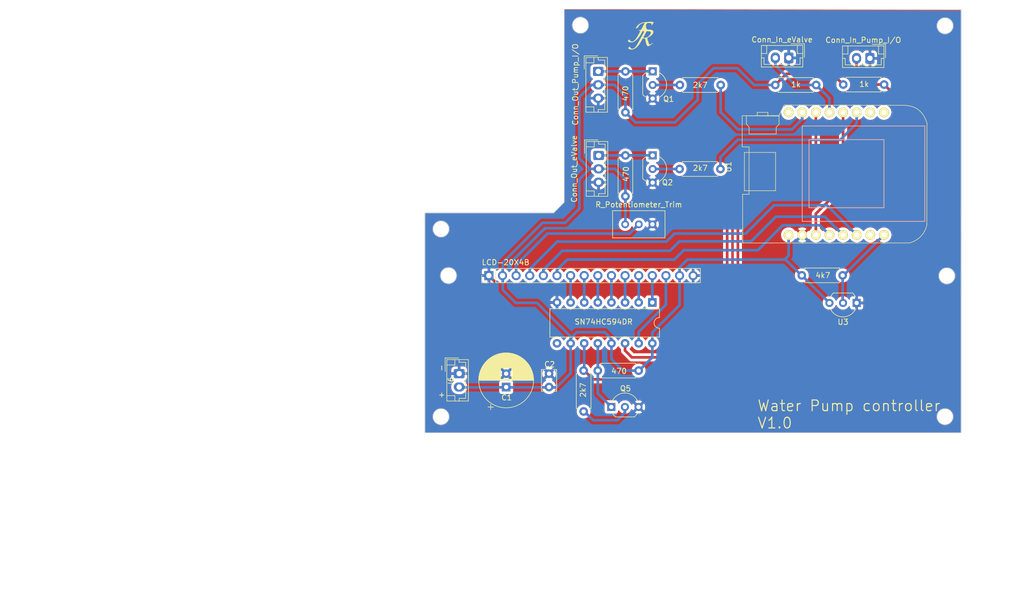
<source format=kicad_pcb>
(kicad_pcb (version 20221018) (generator pcbnew)
  (layers (0 "F.Cu" signal) (31 "B.Cu" signal) (34 "B.Paste" user) (35 "F.Paste" user) (36 "B.SilkS" user "B.Silkscreen") (37 "F.SilkS" user "F.Silkscreen") (38 "B.Mask" user) (39 "F.Mask" user) (44 "Edge.Cuts" user))
  (net 0 "")
  (net 1 "GND")
  (net 2 "/VO(Contrast)")
  (net 3 "/LCD_RS")
  (net 4 "/LCD_RW")
  (net 5 "/LCD_Ena")
  (net 6 "/D7")
  (net 7 "/D6")
  (net 8 "/D5")
  (net 9 "/D4")
  (net 10 "/D3")
  (net 11 "/D2")
  (net 12 "/D1")
  (net 13 "/D0")
  (net 14 "Net-(J1-Pin_1)")
  (net 15 "Net-(J2-Pin_1)")
  (net 16 "Net-(Q1-B)")
  (net 17 "/RCLK")
  (net 18 "Net-(Q2-B)")
  (net 19 "/WaterPump")
  (net 20 "/ElectroValve")
  (net 21 "/SPI_CLK")
  (net 22 "Net-(Q5-B)")
  (net 23 "/SPI_MOSI")
  (net 24 "/Rst")
  (net 25 "/A0")
  (net 26 "+3.3V")
  (net 28 "/WeMos_Rx")
  (net 29 "/WeMos_Tx")
  (net 30 "/IN_SW_ElectroValve")
  (net 31 "/IN_SW_WaterPumpOnOff")
  (net 32 "+5V")
  (footprint "Package_TO_SOT_THT:TO-92_Inline_Wide" (layer "F.Cu") (at 179.725 39.62 -90)
    (fp_text reference "Q1")
    (fp_text value "BC547")
  )
  (footprint "Resistor_THT:R_Axial_DIN0207_L6.3mm_D2.5mm_P7.62mm_Horizontal" (layer "F.Cu") (at 207.54 77.67)
    (fp_text reference "R7")
    (fp_text value "4k7")
  )
  (footprint "Resistor_THT:R_Axial_DIN0207_L6.3mm_D2.5mm_P7.62mm_Horizontal" (layer "F.Cu") (at 192.365 57.83 180)
    (fp_text reference "R2")
    (fp_text value "2k7")
  )
  (footprint "Package_TO_SOT_THT:TO-92_Inline_Wide" (layer "F.Cu") (at 172.01 102.21)
    (fp_text reference "Q5")
    (fp_text value "BC547")
  )
  (footprint "Resistor_THT:R_Axial_DIN0207_L6.3mm_D2.5mm_P7.62mm_Horizontal" (layer "F.Cu") (at 166.85 95.43 -90)
    (fp_text reference "R9")
    (fp_text value "2k7")
  )
  (footprint "Resistor_THT:R_Axial_DIN0207_L6.3mm_D2.5mm_P7.62mm_Horizontal" (layer "F.Cu") (at 192.415 42.16 180)
    (fp_text reference "R1")
    (fp_text value "2k7")
  )
  (footprint "Resistor_THT:R_Axial_DIN0207_L6.3mm_D2.5mm_P7.62mm_Horizontal" (layer "F.Cu") (at 174.645 47.26 90)
    (fp_text reference "R3")
    (fp_text value "470")
  )
  (footprint "Resistor_THT:R_Axial_DIN0207_L6.3mm_D2.5mm_P7.62mm_Horizontal" (layer "F.Cu") (at 202.6 42.16)
    (fp_text reference "R6")
    (fp_text value "1k")
  )
  (footprint "Resistor_THT:R_Axial_DIN0207_L6.3mm_D2.5mm_P7.62mm_Horizontal" (layer "F.Cu") (at 174.645 62.92 90)
    (fp_text reference "R4")
    (fp_text value "470")
  )
  (footprint "Capacitor_THT:C_Disc_D3.8mm_W2.6mm_P2.50mm" (layer "F.Cu") (at 160.4 98.5 90)
    (fp_text reference "C2")
    (fp_text value "100nF")
  )
  (footprint "Capacitor_THT:CP_Radial_D10.0mm_P2.50mm" (layer "F.Cu") (at 152.4 98.5 90)
    (fp_text reference "C1")
    (fp_text value "22uF")
  )
  (footprint "Package_TO_SOT_THT:TO-92_Inline_Wide" (layer "F.Cu") (at 217.77 82.81 180)
    (fp_text reference "U3")
    (fp_text value "DS18B20")
  )
  (footprint "Connector_JST:JST_EH_B2B-EH-A_1x02_P2.50mm_Vertical" (layer "F.Cu") (at 143.64 95.99 -90)
    (fp_text reference "J6")
    (fp_text value "Conn_Power_In")
  )
  (footprint "Resistor_THT:R_Axial_DIN0207_L6.3mm_D2.5mm_P7.62mm_Horizontal" (layer "F.Cu") (at 215.27 42.08)
    (fp_text reference "R13")
    (fp_text value "1k")
  )
  (footprint "Potentiometer_THT:Potentiometer_Bourns_3296W_Vertical" (layer "F.Cu") (at 174.5996 68.1482 180)
    (fp_text reference "RV1")
    (fp_text value "R_Potentiometer_Trim")
  )
  (footprint "Connector_JST:JST_EH_B3B-EH-A_1x03_P2.50mm_Vertical" (layer "F.Cu") (at 169.645 55.31 -90)
    (fp_text reference "J2")
    (fp_text value "Conn_Out_eValve")
  )
  (footprint "Connector_JST:JST_EH_B2B-EH-A_1x02_P2.50mm_Vertical" (layer "F.Cu") (at 220.25 37.19 180)
    (fp_text reference "J5")
    (fp_text value "Conn_In_Pump_I/O")
  )
  (footprint "Resistor_THT:R_Axial_DIN0207_L6.3mm_D2.5mm_P7.62mm_Horizontal" (layer "F.Cu") (at 177.11 95.43 180)
    (fp_text reference "R12")
    (fp_text value "470")
  )
  (footprint "Connector_JST:JST_EH_B3B-EH-A_1x03_P2.50mm_Vertical" (layer "F.Cu") (at 169.575 39.63 -90)
    (fp_text reference "J1")
    (fp_text value "Conn_Out_Pump_I/O")
  )
  (footprint "Connector_PinHeader_2.54mm:PinHeader_1x16_P2.54mm_Vertical" (layer "F.Cu") (at 149.18 77.71 90)
    (fp_text reference "J4")
    (fp_text value "LCD-20X4B")
  )
  (footprint "Package_TO_SOT_THT:TO-92_Inline_Wide" (layer "F.Cu") (at 179.725 55.29 -90)
    (fp_text reference "Q2")
    (fp_text value "BC547")
  )
  (footprint "Connector_JST:JST_EH_B2B-EH-A_1x02_P2.50mm_Vertical" (layer "F.Cu") (at 205.11 37.1 180)
    (fp_text reference "J3")
    (fp_text value "Conn_In_eValve")
  )
  (footprint "Package_DIP:DIP-16_W7.62mm" (layer "F.Cu") (at 179.66 82.72 -90)
    (fp_text reference "U2")
    (fp_text value "SN74HC594DR")
  )
  (footprint "IRS_Common_Linux:D1_mini_board" (layer "F.Cu") (at 212.7 58.7 -90)
    (fp_text reference "U1")
    (fp_text value "WeMos_D1_mini_ESP8266")
  )
  (gr_poly (pts (xy 179.185324 30.350469) (xy 179.260634 30.35501) (xy 179.356118 30.363023) (xy 179.47219 30.374468) (xy 179.767752 30.407486) (xy 179.800846 30.4113) (xy 179.830101 30.414851) (xy 179.855646 30.418206) (xy 179.877609 30.421431) (xy 179.887288 30.423017) (xy 179.89612 30.424595) (xy 179.904122 30.426174) (xy 179.911309 30.427763) (xy 179.917697 30.429371) (xy 179.923304 30.431004) (xy 179.928144 30.432673) (xy 179.932234 30.434385) (xy 179.935591 30.436148) (xy 179.93823 30.437972) (xy 179.939285 30.438909) (xy 179.940167 30.439864) (xy 179.940878 30.440839) (xy 179.941419 30.441833) (xy 179.941793 30.442849) (xy 179.942002 30.443887) (xy 179.942047 30.444949) (xy 179.941931 30.446035) (xy 179.941656 30.447147) (xy 179.941224 30.448285) (xy 179.939896 30.450646) (xy 179.937964 30.453125) (xy 179.935442 30.455732) (xy 179.932349 30.458474) (xy 179.9287 30.46136) (xy 179.92451 30.464399) (xy 179.919796 30.467598) (xy 179.908863 30.474513) (xy 179.905287 30.476818) (xy 179.901837 30.479098) (xy 179.898515 30.481351) (xy 179.895324 30.483574) (xy 179.892263 30.485763) (xy 179.889337 30.487916) (xy 179.886546 30.490028) (xy 179.883893 30.492097) (xy 179.881379 30.49412) (xy 179.879007 30.496093) (xy 179.876778 30.498013) (xy 179.874694 30.499876) (xy 179.872758 30.50168) (xy 179.870971 30.503422) (xy 179.869335 30.505098) (xy 179.867852 30.506704) (xy 179.866525 30.508239) (xy 179.865354 30.509697) (xy 179.864342 30.511077) (xy 179.863491 30.512375) (xy 179.862803 30.513588) (xy 179.862279 30.514712) (xy 179.861922 30.515744) (xy 179.861734 30.516681) (xy 179.861704 30.517114) (xy 179.861716 30.517521) (xy 179.861772 30.517902) (xy 179.861871 30.518258) (xy 179.862013 30.518588) (xy 179.8622 30.518892) (xy 179.86243 30.519168) (xy 179.862705 30.519417) (xy 179.863025 30.519638) (xy 179.863389 30.519831) (xy 179.864253 30.520131) (xy 179.865299 30.520313) (xy 179.866529 30.520375) (xy 179.871116 30.521791) (xy 179.873704 30.525921) (xy 179.874403 30.532583) (xy 179.873323 30.541596) (xy 179.866266 30.565953) (xy 179.853411 30.597545) (xy 179.835636 30.634924) (xy 179.813819 30.676644) (xy 179.788841 30.721258) (xy 179.761578 30.767319) (xy 179.73291 30.81338) (xy 179.703714 30.857994) (xy 179.67487 30.899714) (xy 179.647256 30.937093) (xy 179.62175 30.968685) (xy 179.599231 30.993042) (xy 179.589366 31.002055) (xy 179.580578 31.008717) (xy 179.572975 31.012847) (xy 179.566668 31.014264) (xy 179.560138 31.014101) (xy 179.553785 31.013622) (xy 179.547621 31.012842) (xy 179.541657 31.011776) (xy 179.535905 31.010439) (xy 179.530376 31.008845) (xy 179.525082 31.00701) (xy 179.520035 31.004948) (xy 179.515247 31.002674) (xy 179.510729 31.000203) (xy 179.506492 30.99755) (xy 179.502548 30.99473) (xy 179.49891 30.991757) (xy 179.495587 30.988647) (xy 179.492593 30.985413) (xy 179.489939 30.982073) (xy 179.487636 30.978638) (xy 179.485697 30.975126) (xy 179.484131 30.971551) (xy 179.482953 30.967927) (xy 179.482172 30.964269) (xy 179.4818 30.960593) (xy 179.48185 30.956913) (xy 179.482332 30.953244) (xy 179.483259 30.949601) (xy 179.484642 30.945998) (xy 179.486493 30.942451) (xy 179.488823 30.938974) (xy 179.491644 30.935583) (xy 179.494967 30.932292) (xy 179.498805 30.929116) (xy 179.503168 30.926069) (xy 179.506471 30.923639) (xy 179.509748 30.920357) (xy 179.512974 30.916279) (xy 179.516122 30.911462) (xy 179.519166 30.905963) (xy 179.522082 30.899838) (xy 179.524842 30.893145) (xy 179.527422 30.885941) (xy 179.529794 30.878281) (xy 179.531935 30.870224) (xy 179.533817 30.861826) (xy 179.535414 30.853143) (xy 179.536702 30.844233) (xy 179.537654 30.835153) (xy 179.538244 30.825959) (xy 179.538446 30.816708) (xy 179.53793 30.805918) (xy 179.536382 30.795377) (xy 179.533807 30.785088) (xy 179.530205 30.77505) (xy 179.519935 30.755735) (xy 179.505593 30.737443) (xy 179.4872 30.720185) (xy 179.464776 30.703971) (xy 179.438342 30.68881) (xy 179.407918 30.674715) (xy 179.373526 30.661694) (xy 179.335185 30.649759) (xy 179.292918 30.638919) (xy 179.246743 30.629185) (xy 179.196682 30.620567) (xy 179.142756 30.613075) (xy 179.084986 30.606721) (xy 179.023391 30.601514) (xy 178.979781 30.597851) (xy 178.941246 30.594871) (xy 178.90732 30.592677) (xy 178.877539 30.591371) (xy 178.864057 30.591084) (xy 178.851437 30.591058) (xy 178.839621 30.591305) (xy 178.82855 30.59184) (xy 178.818166 30.592674) (xy 178.808411 30.593821) (xy 178.799228 30.595293) (xy 178.790557 30.597104) (xy 178.782341 30.599266) (xy 178.774522 30.601793) (xy 178.767041 30.604696) (xy 178.759841 30.60799) (xy 178.752862 30.611687) (xy 178.746048 30.6158) (xy 178.73934 30.620342) (xy 178.732679 30.625326) (xy 178.726009 30.630764) (xy 178.719269 30.636671) (xy 178.712404 30.643057) (xy 178.705353 30.649938) (xy 178.690465 30.66523) (xy 178.67414 30.682652) (xy 178.643434 30.715713) (xy 178.616015 30.746387) (xy 178.591696 30.775096) (xy 178.570291 30.802266) (xy 178.551616 30.82832) (xy 178.535482 30.853681) (xy 178.521705 30.878773) (xy 178.510099 30.90402) (xy 178.500477 30.929847) (xy 178.492653 30.956675) (xy 178.486441 30.98493) (xy 178.481656 31.015035) (xy 178.478111 31.047414) (xy 178.47562 31.08249) (xy 178.473998 31.120688) (xy 178.473057 31.16243) (xy 178.473306 31.189963) (xy 178.474056 31.217) (xy 178.475313 31.243541) (xy 178.477081 31.269586) (xy 178.479366 31.295135) (xy 178.482173 31.320188) (xy 178.485507 31.344745) (xy 178.489373 31.368805) (xy 178.493777 31.39237) (xy 178.498723 31.415438) (xy 178.504217 31.43801) (xy 178.510264 31.460086) (xy 178.516869 31.481667) (xy 178.524038 31.502751) (xy 178.531775 31.523338) (xy 178.540085 31.54343) (xy 178.560047 31.586676) (xy 178.579228 31.625306) (xy 178.598089 31.659586) (xy 178.61709 31.689778) (xy 178.63669 31.716146) (xy 178.646858 31.727978) (xy 178.657349 31.738953) (xy 178.66822 31.749104) (xy 178.679528 31.758464) (xy 178.691331 31.767065) (xy 178.703686 31.774941) (xy 178.716651 31.782124) (xy 178.730283 31.788648) (xy 178.74464 31.794545) (xy 178.759779 31.799849) (xy 178.792634 31.808807) (xy 178.829308 31.815786) (xy 178.870261 31.821049) (xy 178.915952 31.82486) (xy 178.966842 31.827483) (xy 179.023391 31.82918) (xy 179.089581 31.831901) (xy 179.15438 31.836064) (xy 179.217557 31.841621) (xy 179.278879 31.848528) (xy 179.338113 31.856737) (xy 179.395027 31.866201) (xy 179.449388 31.876875) (xy 179.500963 31.888711) (xy 179.549521 31.901664) (xy 179.594828 31.915687) (xy 179.636653 31.930732) (xy 179.674761 31.946754) (xy 179.708922 31.963707) (xy 179.738902 31.981543) (xy 179.752252 31.990778) (xy 179.764469 32.000216) (xy 179.775525 32.009852) (xy 179.78539 32.01968) (xy 179.803374 32.041358) (xy 179.81896 32.065279) (xy 179.832147 32.091288) (xy 179.842937 32.11923) (xy 179.85133 32.148949) (xy 179.857324 32.18029) (xy 179.860921 32.2131) (xy 179.86212 32.247222) (xy 179.860921 32.282501) (xy 179.857324 32.318783) (xy 179.85133 32.355913) (xy 179.842937 32.393735) (xy 179.832147 32.432094) (xy 179.81896 32.470836) (xy 179.803374 32.509805) (xy 179.78539 32.548847) (xy 179.763033 32.590639) (xy 179.735843 32.633817) (xy 179.704116 32.67811) (xy 179.668147 32.723251) (xy 179.62823 32.768971) (xy 179.584659 32.815001) (xy 179.537729 32.861072) (xy 179.487734 32.906916) (xy 179.43497 32.952264) (xy 179.379731 32.996847) (xy 179.32231 33.040397) (xy 179.263004 33.082644) (xy 179.202106 33.12332) (xy 179.139911 33.162156) (xy 179.076713 33.198885) (xy 179.012807 33.233236) (xy 178.984018 33.248435) (xy 178.955963 33.263546) (xy 178.928797 33.278481) (xy 178.902674 33.293153) (xy 178.877751 33.307473) (xy 178.854181 33.321354) (xy 178.832121 33.334708) (xy 178.811724 33.347448) (xy 178.793146 33.359484) (xy 178.776543 33.37073) (xy 178.762068 33.381097) (xy 178.749877 33.390498) (xy 178.740126 33.398844) (xy 178.736214 33.402595) (xy 178.732969 33.406049) (xy 178.730412 33.409195) (xy 178.728561 33.412023) (xy 178.727436 33.414522) (xy 178.727057 33.41668) (xy 178.730004 33.441241) (xy 178.738392 33.481703) (xy 178.768784 33.601503) (xy 178.812819 33.758427) (xy 178.865082 33.934823) (xy 178.920155 34.113037) (xy 178.972624 34.275419) (xy 179.017072 34.404313) (xy 179.048085 34.482069) (xy 179.060066 34.503957) (xy 179.071002 34.52339) (xy 179.081091 34.540476) (xy 179.090529 34.555326) (xy 179.095065 34.561945) (xy 179.099512 34.568046) (xy 179.103894 34.573641) (xy 179.108236 34.578745) (xy 179.112563 34.583371) (xy 179.116899 34.587533) (xy 179.121269 34.591244) (xy 179.125696 34.594517) (xy 179.130206 34.597367) (xy 179.134824 34.599806) (xy 179.139573 34.601849) (xy 179.144479 34.603509) (xy 179.149565 34.604799) (xy 179.154857 34.605733) (xy 179.160379 34.606325) (xy 179.166155 34.606589) (xy 179.172211 34.606537) (xy 179.17857 34.606183) (xy 179.185257 34.605541) (xy 179.192297 34.604625) (xy 179.207533 34.602023) (xy 179.224474 34.598486) (xy 179.2359 34.595894) (xy 179.248913 34.59214) (xy 179.263363 34.587301) (xy 179.279099 34.581453) (xy 179.313833 34.567046) (xy 179.351915 34.549538) (xy 179.392147 34.529549) (xy 179.433329 34.507701) (xy 179.474264 34.484612) (xy 179.513752 34.460903) (xy 179.614479 34.396183) (xy 179.65465 34.37059) (xy 179.688542 34.349281) (xy 179.716543 34.332086) (xy 179.73904 34.318834) (xy 179.748346 34.313633) (xy 179.756422 34.309354) (xy 179.763315 34.305975) (xy 179.769075 34.303475) (xy 179.773749 34.301834) (xy 179.777387 34.301029) (xy 179.780036 34.301039) (xy 179.781005 34.301343) (xy 179.781746 34.301843) (xy 179.782263 34.302536) (xy 179.782564 34.303419) (xy 179.782539 34.305747) (xy 179.78172 34.308804) (xy 179.780154 34.312571) (xy 179.777891 34.317024) (xy 179.774979 34.322144) (xy 179.7674 34.334295) (xy 179.746585 34.365653) (xy 179.719941 34.40106) (xy 179.683251 34.440549) (xy 179.637879 34.483242) (xy 179.585189 34.528261) (xy 179.526547 34.574727) (xy 179.463315 34.621761) (xy 179.396859 34.668485) (xy 179.328543 34.714021) (xy 179.259731 34.757489) (xy 179.191787 34.798012) (xy 179.126075 34.834711) (xy 179.06396 34.866707) (xy 179.006806 34.893122) (xy 178.955977 34.913078) (xy 178.912837 34.925696) (xy 178.894578 34.928978) (xy 178.878752 34.930097) (xy 178.840188 34.927471) (xy 178.803738 34.919341) (xy 178.7692 34.905331) (xy 178.736373 34.885063) (xy 178.705054 34.858159) (xy 178.675043 34.824243) (xy 178.646138 34.782937) (xy 178.618137 34.733864) (xy 178.590839 34.676647) (xy 178.564042 34.610909) (xy 178.537545 34.536272) (xy 178.511146 34.452359) (xy 178.484644 34.358793) (xy 178.457837 34.255196) (xy 178.402502 34.016403) (xy 178.286085 33.483708) (xy 177.887446 33.483708) (xy 177.718113 33.787097) (xy 177.621972 33.953543) (xy 177.531568 34.106802) (xy 177.446269 34.247658) (xy 177.365445 34.376897) (xy 177.288466 34.495305) (xy 177.214702 34.603667) (xy 177.143521 34.702769) (xy 177.074293 34.793396) (xy 177.006389 34.876333) (xy 176.939177 34.952366) (xy 176.872026 35.022281) (xy 176.804308 35.086863) (xy 176.735391 35.146897) (xy 176.664644 35.203169) (xy 176.591437 35.256464) (xy 176.51514 35.307569) (xy 176.433102 35.357752) (xy 176.349969 35.402447) (xy 176.266132 35.441623) (xy 176.181986 35.475249) (xy 176.097922 35.503294) (xy 176.014334 35.525726) (xy 175.931614 35.542516) (xy 175.850154 35.553632) (xy 175.770349 35.559042) (xy 175.692589 35.558717) (xy 175.617269 35.552624) (xy 175.544781 35.540733) (xy 175.509722 35.532604) (xy 175.475517 35.523014) (xy 175.442218 35.511958) (xy 175.409871 35.499434) (xy 175.378527 35.485436) (xy 175.348235 35.469962) (xy 175.319043 35.453008) (xy 175.291002 35.434569) (xy 175.276006 35.423915) (xy 175.261491 35.413168) (xy 175.247524 35.402401) (xy 175.234171 35.391685) (xy 175.221501 35.381093) (xy 175.20958 35.370697) (xy 175.198476 35.36057) (xy 175.188255 35.350784) (xy 175.178985 35.341412) (xy 175.170733 35.332525) (xy 175.163567 35.324197) (xy 175.157552 35.316499) (xy 175.152758 35.309504) (xy 175.150839 35.306292) (xy 175.14925 35.303284) (xy 175.147999 35.300487) (xy 175.147096 35.297911) (xy 175.146547 35.295565) (xy 175.146363 35.293458) (xy 175.146578 35.29131) (xy 175.147217 35.288844) (xy 175.149725 35.282999) (xy 175.153804 35.276017) (xy 175.159371 35.267992) (xy 175.166344 35.259016) (xy 175.17464 35.249182) (xy 175.184176 35.238583) (xy 175.19487 35.227312) (xy 175.206638 35.215463) (xy 175.219399 35.203128) (xy 175.233069 35.1904) (xy 175.247566 35.177372) (xy 175.262807 35.164138) (xy 175.27871 35.15079) (xy 175.295191 35.137421) (xy 175.312168 35.124125) (xy 175.481502 34.997125) (xy 175.537946 35.138236) (xy 175.552153 35.170514) (xy 175.568258 35.200544) (xy 175.586174 35.228331) (xy 175.605814 35.253881) (xy 175.627093 35.277198) (xy 175.649924 35.298288) (xy 175.674219 35.317156) (xy 175.699893 35.333807) (xy 175.726859 35.348246) (xy 175.75503 35.360479) (xy 175.78432 35.37051) (xy 175.814642 35.378345) (xy 175.84591 35.383989) (xy 175.878037 35.387447) (xy 175.910937 35.388724) (xy 175.944522 35.387826) (xy 175.978707 35.384757) (xy 176.013405 35.379523) (xy 176.04853 35.372129) (xy 176.083994 35.36258) (xy 176.119711 35.350882) (xy 176.155595 35.337038) (xy 176.191559 35.321056) (xy 176.227516 35.302939) (xy 176.263381 35.282693) (xy 176.299066 35.260323) (xy 176.334485 35.235834) (xy 176.369551 35.209232) (xy 176.404178 35.180522) (xy 176.438279 35.149708) (xy 176.471767 35.116796) (xy 176.504557 35.081791) (xy 176.572922 34.999798) (xy 176.653275 34.88622) (xy 176.756945 34.721379) (xy 176.895259 34.485597) (xy 177.321127 33.722494) (xy 177.540062 33.32143) (xy 177.986224 33.32143) (xy 177.986572 33.322422) (xy 177.987606 33.323412) (xy 177.99166 33.325378) (xy 177.998246 33.327314) (xy 178.007225 33.329202) (xy 178.031802 33.332778) (xy 178.064276 33.335982) (xy 178.103529 33.33869) (xy 178.148446 33.340778) (xy 178.197911 33.342122) (xy 178.250807 33.342597) (xy 178.30758 33.341668) (xy 178.361691 33.3388) (xy 178.413456 33.333877) (xy 178.46319 33.326777) (xy 178.511209 33.317383) (xy 178.557827 33.305576) (xy 178.60336 33.291237) (xy 178.648123 33.274246) (xy 178.692431 33.254486) (xy 178.7366 33.231837) (xy 178.780944 33.206181) (xy 178.82578 33.177398) (xy 178.871421 33.145369) (xy 178.918184 33.109977) (xy 178.966383 33.071102) (xy 179.016335 33.028625) (xy 179.056963 32.990277) (xy 179.096619 32.948395) (xy 179.134994 32.903578) (xy 179.171778 32.856425) (xy 179.206659 32.807536) (xy 179.239329 32.757509) (xy 179.269477 32.706946) (xy 179.296793 32.656444) (xy 179.320968 32.606604) (xy 179.34169 32.558025) (xy 179.35865 32.511306) (xy 179.371538 32.467046) (xy 179.380044 32.425847) (xy 179.382557 32.406581) (xy 179.383858 32.388305) (xy 179.383908 32.371094) (xy 179.38267 32.355022) (xy 179.380103 32.340165) (xy 179.376169 32.326597) (xy 179.372419 32.316603) (xy 179.367831 32.306505) (xy 179.362479 32.296366) (xy 179.356435 32.286248) (xy 179.34977 32.276212) (xy 179.342558 32.266321) (xy 179.33487 32.256637) (xy 179.32678 32.247222) (xy 179.318358 32.238137) (xy 179.309678 32.229445) (xy 179.300812 32.221208) (xy 179.291832 32.213487) (xy 179.282811 32.206346) (xy 179.273821 32.199845) (xy 179.264935 32.194047) (xy 179.256224 32.189013) (xy 179.24563 32.184429) (xy 179.232494 32.179953) (xy 179.217002 32.175611) (xy 179.199339 32.17143) (xy 179.158245 32.163651) (xy 179.110703 32.156823) (xy 179.0582 32.151152) (xy 179.002224 32.146846) (xy 178.944264 32.14411) (xy 178.885807 32.143153) (xy 178.603585 32.143153) (xy 178.296669 32.721708) (xy 178.233699 32.838201) (xy 178.175236 32.947872) (xy 178.122477 33.0482) (xy 178.076623 33.136663) (xy 178.038872 33.210739) (xy 178.010422 33.267907) (xy 177.992473 33.305645) (xy 177.987811 33.316439) (xy 177.986224 33.32143) (xy 177.540062 33.32143) (xy 178.021501 32.439486) (xy 178.035715 32.413878) (xy 178.049221 32.38874) (xy 178.061972 32.364211) (xy 178.073922 32.340432) (xy 178.085025 32.317542) (xy 178.095234 32.295681) (xy 178.104502 32.274987) (xy 178.112783 32.2556) (xy 178.12003 32.237661) (xy 178.126198 32.221308) (xy 178.131239 32.206681) (xy 178.135107 32.193919) (xy 178.137756 32.183163) (xy 178.139138 32.174551) (xy 178.13934 32.171093) (xy 178.139208 32.168223) (xy 178.138736 32.16596) (xy 178.137918 32.164319) (xy 178.134583 32.162337) (xy 178.129926 32.160371) (xy 178.124028 32.158436) (xy 178.116972 32.156547) (xy 178.099719 32.152971) (xy 178.078828 32.149767) (xy 178.05496 32.147059) (xy 178.028778 32.144972) (xy 178.000941 32.143628) (xy 177.972113 32.143153) (xy 177.827474 32.143153) (xy 177.668724 32.453597) (xy 177.600975 32.583192) (xy 177.531382 32.708679) (xy 177.46 32.83) (xy 177.386887 32.9471) (xy 177.3121 33.059921) (xy 177.235696 33.168406) (xy 177.157731 33.272499) (xy 177.078262 33.372142) (xy 176.997346 33.467279) (xy 176.91504 33.557853) (xy 176.831401 33.643808) (xy 176.746486 33.725085) (xy 176.66035 33.801629) (xy 176.573053 33.873383) (xy 176.484649 33.940289) (xy 176.395196 34.002291) (xy 176.299946 34.063455) (xy 176.257964 34.088666) (xy 176.218587 34.110605) (xy 176.180945 34.129506) (xy 176.144173 34.1456) (xy 176.1074 34.159121) (xy 176.069758 34.170302) (xy 176.030381 34.179374) (xy 175.988399 34.186569) (xy 175.942945 34.192122) (xy 175.893149 34.196264) (xy 175.838145 34.199228) (xy 175.777063 34.201246) (xy 175.633196 34.203375) (xy 175.592944 34.203814) (xy 175.556584 34.203747) (xy 175.523707 34.20308) (xy 175.493904 34.201721) (xy 175.466768 34.199576) (xy 175.44189 34.196553) (xy 175.418862 34.192559) (xy 175.397276 34.1875) (xy 175.376723 34.181283) (xy 175.356796 34.173816) (xy 175.337086 34.165005) (xy 175.317184 34.154757) (xy 175.296683 34.14298) (xy 175.275175 34.129581) (xy 175.25225 34.114465) (xy 175.227502 34.097541) (xy 175.211845 34.086848) (xy 175.196675 34.075989) (xy 175.182062 34.065047) (xy 175.168081 34.054106) (xy 175.154801 34.043247) (xy 175.142297 34.032553) (xy 175.130641 34.022108) (xy 175.119904 34.011993) (xy 175.11016 34.002291) (xy 175.10148 33.993086) (xy 175.093937 33.98446) (xy 175.087603 33.976495) (xy 175.082551 33.969274) (xy 175.080528 33.965968) (xy 175.078853 33.96288) (xy 175.077534 33.960018) (xy 175.076581 33.957395) (xy 175.076002 33.95502) (xy 175.075807 33.952903) (xy 175.076022 33.950755) (xy 175.076662 33.948288) (xy 175.07917 33.942443) (xy 175.083249 33.935462) (xy 175.088816 33.927436) (xy 175.095789 33.91846) (xy 175.104084 33.908626) (xy 175.11362 33.898027) (xy 175.124314 33.886757) (xy 175.136083 33.874907) (xy 175.148843 33.862572) (xy 175.162513 33.849844) (xy 175.17701 33.836816) (xy 175.192251 33.823582) (xy 175.208154 33.810234) (xy 175.224635 33.796865) (xy 175.241613 33.783569) (xy 175.410946 33.656569) (xy 175.46739 33.79768) (xy 175.476862 33.819382) (xy 175.487397 33.840164) (xy 175.498961 33.860014) (xy 175.511522 33.878922) (xy 175.525047 33.896877) (xy 175.539502 33.913867) (xy 175.554856 33.929881) (xy 175.571074 33.94491) (xy 175.588124 33.958941) (xy 175.605974 33.971963) (xy 175.624589 33.983966) (xy 175.643938 33.994939) (xy 175.663987 34.004871) (xy 175.684703 34.01375) (xy 175.706053 34.021567) (xy 175.728005 34.028309) (xy 175.750525 34.033965) (xy 175.773581 34.038526) (xy 175.797139 34.041979) (xy 175.821167 34.044314) (xy 175.845632 34.045521) (xy 175.8705 34.045587) (xy 175.921316 34.042254) (xy 175.973352 34.03423) (xy 176.026343 34.021425) (xy 176.080027 34.003753) (xy 176.13414 33.981125) (xy 176.184658 33.955483) (xy 176.235826 33.92333) (xy 176.287883 33.884355) (xy 176.341067 33.83825) (xy 176.395615 33.784703) (xy 176.451765 33.723404) (xy 176.509754 33.654044) (xy 176.569821 33.576312) (xy 176.632203 33.489899) (xy 176.697138 33.394494) (xy 176.764863 33.289787) (xy 176.835617 33.175468) (xy 176.98716 32.916756) (xy 177.153668 32.615875) (xy 177.207729 32.516181) (xy 177.258068 32.422233) (xy 177.303613 32.33614) (xy 177.343286 32.26001) (xy 177.376015 32.195952) (xy 177.400723 32.146074) (xy 177.416336 32.112484) (xy 177.420396 32.102456) (xy 177.421779 32.097291) (xy 177.421585 32.095979) (xy 177.421007 32.094689) (xy 177.418741 32.092179) (xy 177.415059 32.089772) (xy 177.410038 32.08748) (xy 177.403757 32.085311) (xy 177.396292 32.083277) (xy 177.387722 32.081387) (xy 177.378123 32.079652) (xy 177.35615 32.07669) (xy 177.330994 32.074471) (xy 177.303275 32.073079) (xy 177.273613 32.072597) (xy 177.121918 32.069069) (xy 177.220696 31.984402) (xy 177.232181 31.974692) (xy 177.244116 31.96542) (xy 177.256454 31.956613) (xy 177.269148 31.948298) (xy 177.282152 31.940499) (xy 177.29542 31.933243) (xy 177.308905 31.926555) (xy 177.322561 31.920461) (xy 177.33634 31.914988) (xy 177.350197 31.910161) (xy 177.364085 31.906005) (xy 177.377958 31.902547) (xy 177.391768 31.899812) (xy 177.40547 31.897827) (xy 177.419017 31.896617) (xy 177.432363 31.896208) (xy 177.450636 31.895919) (xy 177.467255 31.894892) (xy 177.482468 31.892883) (xy 177.496524 31.889648) (xy 177.509671 31.884947) (xy 177.51598 31.88197) (xy 177.522156 31.878535) (xy 177.528228 31.874611) (xy 177.534227 31.870169) (xy 177.546134 31.859607) (xy 177.558123 31.846606) (xy 177.570442 31.830923) (xy 177.583341 31.812316) (xy 177.597066 31.79054) (xy 177.611866 31.765354) (xy 177.627989 31.736514) (xy 177.665196 31.666902) (xy 177.677751 31.643398) (xy 177.690228 31.620587) (xy 177.70255 31.598581) (xy 177.71464 31.577495) (xy 177.72642 31.557443) (xy 177.737812 31.538538) (xy 177.748739 31.520894) (xy 177.759123 31.504625) (xy 177.768887 31.489844) (xy 177.777954 31.476664) (xy 177.786246 31.465201) (xy 177.793684 31.455567) (xy 177.800193 31.447875) (xy 177.805694 31.442241) (xy 177.808042 31.44023) (xy 177.81011 31.438777) (xy 177.811886 31.437894) (xy 177.813363 31.437597) (xy 177.814706 31.437443) (xy 177.816087 31.436986) (xy 177.818951 31.435192) (xy 177.821928 31.432272) (xy 177.824993 31.428281) (xy 177.828121 31.423278) (xy 177.831284 31.417319) (xy 177.834458 31.410461) (xy 177.837616 31.40276) (xy 177.840733 31.394274) (xy 177.843783 31.385059) (xy 177.84674 31.375173) (xy 177.849577 31.364671) (xy 177.852271 31.353611) (xy 177.854793 31.34205) (xy 177.85712 31.330045) (xy 177.859224 31.317652) (xy 177.862437 31.304324) (xy 177.866741 31.289575) (xy 177.872068 31.273554) (xy 177.878351 31.256412) (xy 177.893516 31.219364) (xy 177.9117 31.179628) (xy 177.932363 31.138404) (xy 177.95497 31.09689) (xy 177.978982 31.056287) (xy 177.991347 31.0367) (xy 178.003863 31.017791) (xy 178.028412 30.980736) (xy 178.051433 30.944259) (xy 178.072386 30.909271) (xy 178.081919 30.892619) (xy 178.090734 30.87668) (xy 178.098764 30.861568) (xy 178.105941 30.847397) (xy 178.112198 30.83428) (xy 178.117468 30.82233) (xy 178.121684 30.811662) (xy 178.124779 30.80239) (xy 178.126685 30.794626) (xy 178.127171 30.791346) (xy 178.127335 30.788485) (xy 178.127407 30.78612) (xy 178.127619 30.783657) (xy 178.128451 30.778467) (xy 178.1298 30.772967) (xy 178.131634 30.767209) (xy 178.133924 30.761243) (xy 178.136637 30.755123) (xy 178.139742 30.7489) (xy 178.14321 30.742624) (xy 178.147008 30.736349) (xy 178.151106 30.730126) (xy 178.155473 30.724006) (xy 178.160077 30.71804) (xy 178.164888 30.712282) (xy 178.169875 30.706782) (xy 178.175006 30.701592) (xy 178.180252 30.696764) (xy 178.197699 30.681509) (xy 178.211685 30.667501) (xy 178.222218 30.654743) (xy 178.226193 30.648834) (xy 178.22931 30.64324) (xy 178.231568 30.637962) (xy 178.23297 30.632999) (xy 178.233517 30.628353) (xy 178.23321 30.624024) (xy 178.23205 30.620012) (xy 178.230038 30.61632) (xy 178.227177 30.612946) (xy 178.223467 30.609892) (xy 178.218909 30.607158) (xy 178.213505 30.604746) (xy 178.207257 30.602655) (xy 178.200164 30.600886) (xy 178.183454 30.598319) (xy 178.163385 30.597049) (xy 178.139967 30.59708) (xy 178.11321 30.59842) (xy 178.083126 30.601072) (xy 178.049724 30.605041) (xy 178.010726 30.610679) (xy 177.971814 30.617648) (xy 177.933032 30.625918) (xy 177.894426 30.635454) (xy 177.817916 30.658201) (xy 177.742642 30.685629) (xy 177.668959 30.71748) (xy 177.597224 30.753497) (xy 177.527794 30.793421) (xy 177.461026 30.836993) (xy 177.397275 30.883954) (xy 177.336899 30.934048) (xy 177.280254 30.987014) (xy 177.227696 31.042596) (xy 177.179583 31.100534) (xy 177.157304 31.130306) (xy 177.136271 31.16057) (xy 177.116526 31.191294) (xy 177.098115 31.222445) (xy 177.081083 31.253992) (xy 177.065474 31.285902) (xy 177.052688 31.313523) (xy 177.04058 31.338364) (xy 177.028833 31.360704) (xy 177.017132 31.380822) (xy 177.005163 31.398996) (xy 176.99261 31.415507) (xy 176.979158 31.430632) (xy 176.964491 31.444652) (xy 176.948295 31.457845) (xy 176.930254 31.470491) (xy 176.910053 31.482867) (xy 176.887376 31.495254) (xy 176.861909 31.50793) (xy 176.833336 31.521175) (xy 176.765613 31.550486) (xy 176.742729 31.560154) (xy 176.720461 31.569296) (xy 176.698927 31.577879) (xy 176.678245 31.585874) (xy 176.658535 31.593248) (xy 176.639915 31.599971) (xy 176.622504 31.606012) (xy 176.606422 31.61134) (xy 176.591786 31.615923) (xy 176.578716 31.619732) (xy 176.567331 31.622734) (xy 176.557749 31.6249) (xy 176.55009 31.626197) (xy 176.544472 31.626595) (xy 176.542466 31.626447) (xy 176.541014 31.626062) (xy 176.540132 31.625438) (xy 176.539835 31.624569) (xy 176.540405 31.62157) (xy 176.542081 31.616618) (xy 176.548544 31.601308) (xy 176.55881 31.579548) (xy 176.572467 31.55225) (xy 176.5891 31.52032) (xy 176.608296 31.484671) (xy 176.629642 31.446209) (xy 176.652724 31.405847) (xy 176.683598 31.354591) (xy 176.717815 31.302887) (xy 176.755082 31.251027) (xy 176.795103 31.199306) (xy 176.837583 31.14802) (xy 176.882229 31.097462) (xy 176.928746 31.047928) (xy 176.976838 30.999711) (xy 177.026213 30.953107) (xy 177.076574 30.90841) (xy 177.127628 30.865913) (xy 177.179079 30.825913) (xy 177.230634 30.788704) (xy 177.281998 30.754579) (xy 177.332876 30.723834) (xy 177.382974 30.696764) (xy 177.516168 30.634538) (xy 177.582659 30.607118) (xy 177.650148 30.581945) (xy 177.719435 30.558861) (xy 177.791321 30.537703) (xy 177.866607 30.518313) (xy 177.946095 30.500531) (xy 178.030585 30.484195) (xy 178.120879 30.469146) (xy 178.322079 30.442267) (xy 178.556105 30.418613) (xy 178.829363 30.396902) (xy 178.87499 30.39263) (xy 178.918549 30.387862) (xy 178.958967 30.382764) (xy 178.995168 30.3775) (xy 179.026078 30.372235) (xy 179.039212 30.369655) (xy 179.050621 30.367137) (xy 179.060169 30.364701) (xy 179.067722 30.362369) (xy 179.073147 30.36016) (xy 179.075018 30.359109) (xy 179.076308 30.358097) (xy 179.0826 30.354582) (xy 179.093574 30.351971) (xy 179.129775 30.349443)) (fill solid) (layer "F.SilkS"))
  (gr_circle (center 141.65 77.71) (end 143.15 77.71) (stroke (width 0.1)) (fill none) (layer "Edge.Cuts"))
  (gr_circle (center 166.25 31.02) (end 167.75 31.02) (stroke (width 0.1)) (fill none) (layer "Edge.Cuts"))
  (gr_circle (center 234.25 104.02) (end 235.75 104.02) (stroke (width 0.1)) (fill none) (layer "Edge.Cuts"))
  (gr_circle (center 234.26 31.12) (end 235.76 31.12) (stroke (width 0.1)) (fill none) (layer "Edge.Cuts"))
  (gr_circle (center 234.6 77.76) (end 236.1 77.76) (stroke (width 0.1)) (fill none) (layer "Edge.Cuts"))
  (gr_circle (center 140.25 104.02) (end 141.75 104.02) (stroke (width 0.1)) (fill none) (layer "Edge.Cuts"))
  (gr_circle (center 140.25 69.02) (end 141.75 69.02) (stroke (width 0.1)) (fill none) (layer "Edge.Cuts"))
  (gr_poly (pts (xy 161.25 66.02) (xy 137.25 66.02) (xy 137.25 107.02) (xy 237.25 107.02) (xy 237.26 28.12) (xy 163.25 28.02) (xy 163.25 64.02)) (stroke (width 0.1)) (fill none) (layer "Edge.Cuts"))
  (gr_text "Water Pump controller\nV1.0" (at 199.15 106.38) (layer "F.SilkS") (effects (font (size 2 2) (thickness 0.2)) (justify left bottom)))
  (segment (start 217.77 76.14) (end 215.62 73.99) (width 0.5) (layer "F.Cu") (net 1))
  (segment (start 154.19 82.72) (end 149.18 77.71) (width 0.5) (layer "F.Cu") (net 1))
  (segment (start 215.62 73.99) (end 211.45 73.99) (width 0.5) (layer "F.Cu") (net 1))
  (segment (start 161.88 82.72) (end 154.19 82.72) (width 0.5) (layer "F.Cu") (net 1))
  (segment (start 211.45 73.99) (end 211.45 73.96) (width 0.5) (layer "F.Cu") (net 1))
  (segment (start 211.45 73.96) (end 207.62 70.13) (width 0.5) (layer "F.Cu") (net 1))
  (segment (start 217.77 82.81) (end 217.77 76.14) (width 0.5) (layer "F.Cu") (net 1))
  (segment (start 154.26 75.7116) (end 160.0962 69.8754) (width 0.5) (layer "B.Cu") (net 2))
  (segment (start 160.0962 69.8754) (end 175.4124 69.8754) (width 0.5) (layer "B.Cu") (net 2))
  (segment (start 175.4124 69.8754) (end 177.1396 68.1482) (width 0.5) (layer "B.Cu") (net 2))
  (segment (start 154.26 77.71) (end 154.26 75.7116) (width 0.5) (layer "B.Cu") (net 2))
  (segment (start 183.7944 69.8754) (end 197.0786 69.8754) (width 0.5) (layer "B.Cu") (net 3))
  (segment (start 202.3618 64.5922) (end 212.2422 64.5922) (width 0.5) (layer "B.Cu") (net 3))
  (segment (start 212.2422 64.5922) (end 217.78 70.13) (width 0.5) (layer "B.Cu") (net 3))
  (segment (start 156.8 77.71) (end 156.8 76.5) (width 0.5) (layer "B.Cu") (net 3))
  (segment (start 156.8 76.5) (end 161.926 71.374) (width 0.5) (layer "B.Cu") (net 3))
  (segment (start 197.0786 69.8754) (end 202.3618 64.5922) (width 0.5) (layer "B.Cu") (net 3))
  (segment (start 182.2958 71.374) (end 183.7944 69.8754) (width 0.5) (layer "B.Cu") (net 3))
  (segment (start 161.926 71.374) (end 182.2958 71.374) (width 0.5) (layer "B.Cu") (net 3))
  (segment (start 211.83 66.72) (end 215.24 70.13) (width 0.5) (layer "B.Cu") (net 4))
  (segment (start 184.7088 71.3232) (end 198.1068 71.3232) (width 0.5) (layer "B.Cu") (net 4))
  (segment (start 182.9562 73.0758) (end 184.7088 71.3232) (width 0.5) (layer "B.Cu") (net 4))
  (segment (start 198.1068 71.3232) (end 202.71 66.72) (width 0.5) (layer "B.Cu") (net 4))
  (segment (start 159.34 76.64) (end 162.9042 73.0758) (width 0.5) (layer "B.Cu") (net 4))
  (segment (start 202.71 66.72) (end 211.83 66.72) (width 0.5) (layer "B.Cu") (net 4))
  (segment (start 162.9042 73.0758) (end 182.9562 73.0758) (width 0.5) (layer "B.Cu") (net 4))
  (segment (start 159.34 77.71) (end 159.34 76.64) (width 0.5) (layer "B.Cu") (net 4))
  (segment (start 210.91 68.32) (end 212.7 70.11) (width 0.5) (layer "B.Cu") (net 5))
  (segment (start 161.88 77.71) (end 161.88 76.64) (width 0.5) (layer "B.Cu") (net 5))
  (segment (start 161.88 76.64) (end 163.7932 74.7268) (width 0.5) (layer "B.Cu") (net 5))
  (segment (start 199.3392 72.9742) (end 203.9934 68.32) (width 0.5) (layer "B.Cu") (net 5))
  (segment (start 183.769 74.7268) (end 185.5216 72.9742) (width 0.5) (layer "B.Cu") (net 5))
  (segment (start 163.7932 74.7268) (end 183.769 74.7268) (width 0.5) (layer "B.Cu") (net 5))
  (segment (start 203.9934 68.32) (end 210.91 68.32) (width 0.5) (layer "B.Cu") (net 5))
  (segment (start 212.7 70.11) (end 212.7 70.13) (width 0.5) (layer "B.Cu") (net 5))
  (segment (start 185.5216 72.9742) (end 199.3392 72.9742) (width 0.5) (layer "B.Cu") (net 5))
  (segment (start 177.12 88.2) (end 182.2 83.12) (width 0.5) (layer "B.Cu") (net 6))
  (segment (start 177.12 90.34) (end 177.12 88.2) (width 0.5) (layer "B.Cu") (net 6))
  (segment (start 182.2 83.12) (end 182.2 77.71) (width 0.5) (layer "B.Cu") (net 6))
  (segment (start 179.66 77.71) (end 179.66 82.72) (width 0.5) (layer "B.Cu") (net 7))
  (segment (start 177.12 77.71) (end 177.12 82.72) (width 0.5) (layer "B.Cu") (net 8))
  (segment (start 174.58 77.71) (end 174.58 82.72) (width 0.5) (layer "B.Cu") (net 9))
  (segment (start 172.04 77.71) (end 172.04 82.72) (width 0.5) (layer "B.Cu") (net 10))
  (segment (start 169.5 77.71) (end 169.5 82.72) (width 0.5) (layer "B.Cu") (net 11))
  (segment (start 166.96 77.71) (end 166.96 82.72) (width 0.5) (layer "B.Cu") (net 12))
  (segment (start 164.42 77.71) (end 164.42 82.72) (width 0.5) (layer "B.Cu") (net 13))
  (segment (start 169.585 39.62) (end 169.575 39.63) (width 0.5) (layer "B.Cu") (net 14))
  (segment (start 179.725 39.62) (end 169.585 39.62) (width 0.5) (layer "B.Cu") (net 14))
  (segment (start 169.665 55.29) (end 179.725 55.29) (width 0.5) (layer "B.Cu") (net 15))
  (segment (start 169.645 55.31) (end 169.665 55.29) (width 0.5) (layer "B.Cu") (net 15))
  (segment (start 184.795 42.16) (end 179.725 42.16) (width 0.5) (layer "B.Cu") (net 16))
  (segment (start 169.5 99.65) (end 169.5 90.34) (width 0.5) (layer "B.Cu") (net 17))
  (segment (start 172.01 102.21) (end 169.5 99.7) (width 0.5) (layer "B.Cu") (net 17))
  (segment (start 169.5 99.7) (end 169.5 99.65) (width 0.5) (layer "B.Cu") (net 17))
  (segment (start 179.725 57.83) (end 184.745 57.83) (width 0.5) (layer "B.Cu") (net 18))
  (segment (start 207.62 48.52) (end 205.7 50.44) (width 0.5) (layer "B.Cu") (net 19))
  (segment (start 207.62 47.27) (end 207.62 48.52) (width 0.5) (layer "B.Cu") (net 19))
  (segment (start 205.7 50.44) (end 195.61 50.44) (width 0.5) (layer "B.Cu") (net 19))
  (segment (start 192.415 47.245) (end 192.415 42.16) (width 0.5) (layer "B.Cu") (net 19))
  (segment (start 195.61 50.44) (end 192.415 47.245) (width 0.5) (layer "B.Cu") (net 19))
  (segment (start 214.72 52.39) (end 217.78 49.33) (width 0.5) (layer "B.Cu") (net 20))
  (segment (start 217.78 49.33) (end 217.78 47.27) (width 0.5) (layer "B.Cu") (net 20))
  (segment (start 192.365 55.625) (end 195.6 52.39) (width 0.5) (layer "B.Cu") (net 20))
  (segment (start 195.6 52.39) (end 214.72 52.39) (width 0.5) (layer "B.Cu") (net 20))
  (segment (start 192.365 57.83) (end 192.365 55.625) (width 0.5) (layer "B.Cu") (net 20))
  (segment (start 201.58 63.01) (end 207.84 63.01) (width 0.5) (layer "F.Cu") (net 21))
  (segment (start 215.24 55.61) (end 215.24 47.27) (width 0.5) (layer "F.Cu") (net 21))
  (segment (start 168.61 97.06) (end 182.58 97.06) (width 0.5) (layer "F.Cu") (net 21))
  (segment (start 195.62 68.97) (end 201.58 63.01) (width 0.5) (layer "F.Cu") (net 21))
  (segment (start 182.58 97.06) (end 195.62 84.02) (width 0.5) (layer "F.Cu") (net 21))
  (segment (start 207.84 63.01) (end 215.24 55.61) (width 0.5) (layer "F.Cu") (net 21))
  (segment (start 195.62 84.02) (end 195.62 68.97) (width 0.5) (layer "F.Cu") (net 21))
  (segment (start 166.98 95.43) (end 168.61 97.06) (width 0.5) (layer "F.Cu") (net 21))
  (segment (start 166.96 90.34) (end 166.96 95.41) (width 0.5) (layer "B.Cu") (net 21))
  (segment (start 166.96 95.41) (end 166.98 95.43) (width 0.5) (layer "B.Cu") (net 21))
  (segment (start 173.13066 104.69) (end 174.55 103.27066) (width 0.5) (layer "B.Cu") (net 22))
  (segment (start 166.98 103.05) (end 168.62 104.69) (width 0.5) (layer "B.Cu") (net 22))
  (segment (start 174.55 103.27066) (end 174.55 102.21) (width 0.5) (layer "B.Cu") (net 22))
  (segment (start 168.62 104.69) (end 173.13066 104.69) (width 0.5) (layer "B.Cu") (net 22))
  (segment (start 210.16 57.32) (end 210.16 47.27) (width 0.5) (layer "F.Cu") (net 23))
  (segment (start 200.76 61.2) (end 206.28 61.2) (width 0.5) (layer "F.Cu") (net 23))
  (segment (start 184.15 92.96) (end 193.62 83.49) (width 0.5) (layer "F.Cu") (net 23))
  (segment (start 206.28 61.2) (end 210.16 57.32) (width 0.5) (layer "F.Cu") (net 23))
  (segment (start 174.58 91.69) (end 175.85 92.96) (width 0.5) (layer "F.Cu") (net 23))
  (segment (start 174.58 90.34) (end 174.58 91.69) (width 0.5) (layer "F.Cu") (net 23))
  (segment (start 193.62 68.34) (end 200.76 61.2) (width 0.5) (layer "F.Cu") (net 23))
  (segment (start 193.62 83.49) (end 193.62 68.34) (width 0.5) (layer "F.Cu") (net 23))
  (segment (start 175.85 92.96) (end 184.15 92.96) (width 0.5) (layer "F.Cu") (net 23))
  (segment (start 222.86 70.13) (end 215.25 77.74) (width 0.5) (layer "B.Cu") (net 29))
  (segment (start 215.16 82.74) (end 215.23 82.81) (width 0.5) (layer "B.Cu") (net 29))
  (segment (start 215.16 77.67) (end 215.16 82.74) (width 0.5) (layer "B.Cu") (net 29))
  (segment (start 212.7 44.64) (end 210.22 42.16) (width 0.5) (layer "B.Cu") (net 30))
  (segment (start 210.19 42.19) (end 210.22 42.16) (width 0.5) (layer "B.Cu") (net 30))
  (segment (start 206.3 42.16) (end 202.61 38.47) (width 0.5) (layer "B.Cu") (net 30))
  (segment (start 210.22 42.16) (end 206.3 42.16) (width 0.5) (layer "B.Cu") (net 30))
  (segment (start 202.61 38.47) (end 202.61 37.1) (width 0.5) (layer "B.Cu") (net 30))
  (segment (start 212.7 47.27) (end 212.7 44.64) (width 0.5) (layer "B.Cu") (net 30))
  (segment (start 217.75 39.53) (end 217.75 37.19) (width 0.5) (layer "F.Cu") (net 31))
  (segment (start 210.16 66.17) (end 225.38 50.95) (width 0.5) (layer "F.Cu") (net 31))
  (segment (start 220.3 42.08) (end 217.75 39.53) (width 0.5) (layer "F.Cu") (net 31))
  (segment (start 210.16 70.13) (end 210.16 66.17) (width 0.5) (layer "F.Cu") (net 31))
  (segment (start 225.38 50.95) (end 225.38 44.57) (width 0.5) (layer "F.Cu") (net 31))
  (segment (start 225.38 44.57) (end 222.89 42.08) (width 0.5) (layer "F.Cu") (net 31))
  (segment (start 222.89 42.08) (end 220.3 42.08) (width 0.5) (layer "F.Cu") (net 31))
  (segment (start 213.26 40.07) (end 215.27 42.08) (width 0.5) (layer "F.Cu") (net 32))
  (segment (start 202.6 42.16) (end 204.69 40.07) (width 0.5) (layer "F.Cu") (net 32))
  (segment (start 204.69 40.07) (end 213.26 40.07) (width 0.5) (layer "F.Cu") (net 32))
  (segment (start 195.52 39.03) (end 191.09 39.03) (width 0.5) (layer "B.Cu") (net 32))
  (segment (start 143.64 98.49) (end 143.71 98.56) (width 0.5) (layer "B.Cu") (net 32))
  (segment (start 174.645 59.755) (end 174.645 62.92) (width 0.5) (layer "B.Cu") (net 32))
  (segment (start 174.18 95.43) (end 172.04 93.29) (width 0.5) (layer "B.Cu") (net 32))
  (segment (start 154.18 82.79) (end 151.77 80.38) (width 0.5) (layer "B.Cu") (net 32))
  (segment (start 179.66 92.96) (end 177.19 95.43) (width 0.5) (layer "B.Cu") (net 32))
  (segment (start 164.42 89.41) (end 164.42 90.34) (width 0.5) (layer "B.Cu") (net 32))
  (segment (start 174.645 62.92) (end 174.645 68.1028) (width 0.5) (layer "B.Cu") (net 32))
  (segment (start 172.04 90.34) (end 172.04 89.52) (width 0.5) (layer "B.Cu") (net 32))
  (segment (start 174.645 68.1028) (end 174.5996 68.1482) (width 0.5) (layer "B.Cu") (net 32))
  (segment (start 203.7588 74.7268) (end 204.343 74.7268) (width 0.5) (layer "B.Cu") (net 32))
  (segment (start 212.69 82.81) (end 207.55 77.67) (width 0.5) (layer "B.Cu") (net 32))
  (segment (start 184.74 76.19) (end 186.2032 74.7268) (width 0.5) (layer "B.Cu") (net 32))
  (segment (start 207.464 77.67) (end 204.5208 74.7268) (width 0.5) (layer "B.Cu") (net 32))
  (segment (start 165.56 88.27) (end 164.595 89.235) (width 0.5) (layer "B.Cu") (net 32))
  (segment (start 167.99 57.81) (end 169.645 57.81) (width 0.5) (layer "B.Cu") (net 32))
  (segment (start 164.595 89.235) (end 164.42 89.41) (width 0.5) (layer "B.Cu") (net 32))
  (segment (start 166.06 59.74) (end 167.99 57.81) (width 0.5) (layer "B.Cu") (net 32))
  (segment (start 179.66 88.31) (end 184.74 83.23) (width 0.5) (layer "B.Cu") (net 32))
  (segment (start 168.275 42.205) (end 168.35 42.13) (width 0.5) (layer "B.Cu") (net 32))
  (segment (start 143.71 98.56) (end 161.79 98.56) (width 0.5) (layer "B.Cu") (net 32))
  (segment (start 151.77 75.2806) (end 159.1818 67.8688) (width 0.5) (layer "B.Cu") (net 32))
  (segment (start 207.54 77.67) (end 207.464 77.67) (width 0.5) (layer "B.Cu") (net 32))
  (segment (start 176.525 49.14) (end 174.645 47.26) (width 0.5) (layer "B.Cu") (net 32))
  (segment (start 177.19 95.43) (end 174.18 95.43) (width 0.5) (layer "B.Cu") (net 32))
  (segment (start 172.04 93.29) (end 172.04 90.34) (width 0.5) (layer "B.Cu") (net 32))
  (segment (start 212.69 82.81) (end 212.54 82.81) (width 0.5) (layer "B.Cu") (net 32))
  (segment (start 170.79 88.27) (end 165.56 88.27) (width 0.5) (layer "B.Cu") (net 32))
  (segment (start 172.04 89.52) (end 170.79 88.27) (width 0.5) (layer "B.Cu") (net 32))
  (segment (start 172.7 57.81) (end 174.645 59.755) (width 0.5) (layer "B.Cu") (net 32))
  (segment (start 167.99 57.81) (end 166.06 55.88) (width 0.5) (layer "B.Cu") (net 32))
  (segment (start 188.13 44.91) (end 183.9 49.14) (width 0.5) (layer "B.Cu") (net 32))
  (segment (start 161.79 98.56) (end 164.42 95.93) (width 0.5) (layer "B.Cu") (net 32))
  (segment (start 159.1818 67.8688) (end 163.3982 67.8688) (width 0.5) (layer "B.Cu") (net 32))
  (segment (start 184.74 83.23) (end 184.74 77.71) (width 0.5) (layer "B.Cu") (net 32))
  (segment (start 168.35 42.13) (end 169.575 42.13) (width 0.5) (layer "B.Cu") (net 32))
  (segment (start 202.6 42.16) (end 198.65 42.16) (width 0.5) (layer "B.Cu") (net 32))
  (segment (start 169.645 57.81) (end 172.7 57.81) (width 0.5) (layer "B.Cu") (net 32))
  (segment (start 166.06 55.88) (end 166.06 44.42) (width 0.5) (layer "B.Cu") (net 32))
  (segment (start 166.06 65.207) (end 166.06 59.74) (width 0.5) (layer "B.Cu") (net 32))
  (segment (start 172.585 42.13) (end 169.575 42.13) (width 0.5) (layer "B.Cu") (net 32))
  (segment (start 183.9 49.14) (end 176.525 49.14) (width 0.5) (layer "B.Cu") (net 32))
  (segment (start 198.65 42.16) (end 195.52 39.03) (width 0.5) (layer "B.Cu") (net 32))
  (segment (start 191.09 39.03) (end 188.13 41.99) (width 0.5) (layer "B.Cu") (net 32))
  (segment (start 188.13 41.99) (end 188.13 44.91) (width 0.5) (layer "B.Cu") (net 32))
  (segment (start 179.66 90.34) (end 179.66 88.31) (width 0.5) (layer "B.Cu") (net 32))
  (segment (start 204.5208 74.7268) (end 203.7588 74.7268) (width 0.5) (layer "B.Cu") (net 32))
  (segment (start 207.55 77.67) (end 207.54 77.67) (width 0.5) (layer "B.Cu") (net 32))
  (segment (start 186.2032 74.7268) (end 203.7588 74.7268) (width 0.5) (layer "B.Cu") (net 32))
  (segment (start 158.15 82.79) (end 154.18 82.79) (width 0.5) (layer "B.Cu") (net 32))
  (segment (start 184.74 77.71) (end 184.74 76.19) (width 0.5) (layer "B.Cu") (net 32))
  (segment (start 205.08 73.9898) (end 205.08 70.13) (width 0.5) (layer "B.Cu") (net 32))
  (segment (start 174.645 47.26) (end 174.645 44.19) (width 0.5) (layer "B.Cu") (net 32))
  (segment (start 166.06 44.42) (end 168.275 42.205) (width 0.5) (layer "B.Cu") (net 32))
  (segment (start 164.595 89.235) (end 158.15 82.79) (width 0.5) (layer "B.Cu") (net 32))
  (segment (start 163.3982 67.8688) (end 166.06 65.207) (width 0.5) (layer "B.Cu") (net 32))
  (segment (start 174.645 44.19) (end 172.585 42.13) (width 0.5) (layer "B.Cu") (net 32))
  (segment (start 179.66 90.34) (end 179.66 92.96) (width 0.5) (layer "B.Cu") (net 32))
  (segment (start 204.343 74.7268) (end 205.08 73.9898) (width 0.5) (layer "B.Cu") (net 32))
  (segment (start 164.42 95.93) (end 164.42 90.34) (width 0.5) (layer "B.Cu") (net 32))
  (segment (start 151.77 80.38) (end 151.77 75.2806) (width 0.5) (layer "B.Cu") (net 32))
  (zone (net 1) (net_name "GND") (layer "F.Cu") (priority 1) (connect_pads (clearance 0.508)) (min_thickness 0.25) (fill yes (thermal_gap 0.5) (thermal_bridge_width 0.5))
    (polygon (pts (xy 237.79 27.41) (xy 162.28 27.52) (xy 161.64 64.2) (xy 131.61 64.74) (xy 131.5 107.96) (xy 238 107.86)))
  )
  (zone (net 1) (net_name "GND") (layer "B.Cu") (connect_pads (clearance 0.508)) (min_thickness 0.25) (fill yes (thermal_gap 0.5) (thermal_bridge_width 0.5))
    (polygon (pts (xy 237.86 28.32) (xy 162.32 28.13) (xy 161.78 63.83) (xy 132.22 64.37) (xy 132.22 109.26) (xy 239.85 109.08) (xy 237.86 28.33)))
  )
)
</source>
